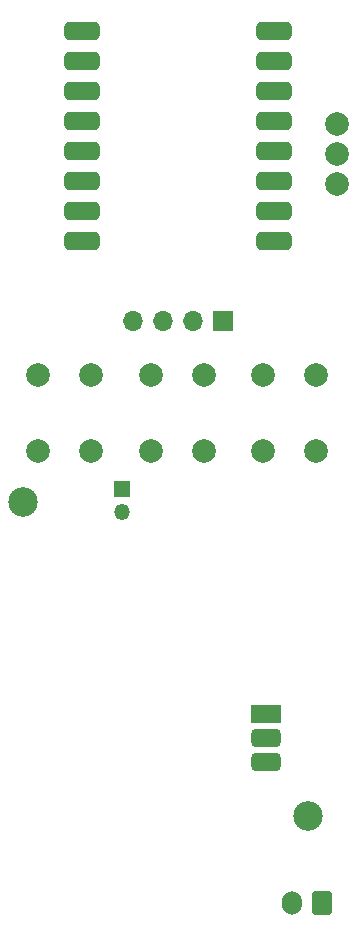
<source format=gbr>
%TF.GenerationSoftware,KiCad,Pcbnew,7.0.7*%
%TF.CreationDate,2024-05-12T05:58:01-05:00*%
%TF.ProjectId,ThinkTankTimerVote,5468696e-6b54-4616-9e6b-54696d657256,rev?*%
%TF.SameCoordinates,Original*%
%TF.FileFunction,Soldermask,Bot*%
%TF.FilePolarity,Negative*%
%FSLAX46Y46*%
G04 Gerber Fmt 4.6, Leading zero omitted, Abs format (unit mm)*
G04 Created by KiCad (PCBNEW 7.0.7) date 2024-05-12 05:58:01*
%MOMM*%
%LPD*%
G01*
G04 APERTURE LIST*
G04 Aperture macros list*
%AMRoundRect*
0 Rectangle with rounded corners*
0 $1 Rounding radius*
0 $2 $3 $4 $5 $6 $7 $8 $9 X,Y pos of 4 corners*
0 Add a 4 corners polygon primitive as box body*
4,1,4,$2,$3,$4,$5,$6,$7,$8,$9,$2,$3,0*
0 Add four circle primitives for the rounded corners*
1,1,$1+$1,$2,$3*
1,1,$1+$1,$4,$5*
1,1,$1+$1,$6,$7*
1,1,$1+$1,$8,$9*
0 Add four rect primitives between the rounded corners*
20,1,$1+$1,$2,$3,$4,$5,0*
20,1,$1+$1,$4,$5,$6,$7,0*
20,1,$1+$1,$6,$7,$8,$9,0*
20,1,$1+$1,$8,$9,$2,$3,0*%
G04 Aperture macros list end*
%ADD10C,2.000000*%
%ADD11R,1.700000X1.700000*%
%ADD12O,1.700000X1.700000*%
%ADD13RoundRect,0.381000X-1.119000X-0.381000X1.119000X-0.381000X1.119000X0.381000X-1.119000X0.381000X0*%
%ADD14C,2.500000*%
%ADD15R,2.524000X1.524000*%
%ADD16RoundRect,0.381000X-0.881000X-0.381000X0.881000X-0.381000X0.881000X0.381000X-0.881000X0.381000X0*%
%ADD17RoundRect,0.250000X0.600000X0.750000X-0.600000X0.750000X-0.600000X-0.750000X0.600000X-0.750000X0*%
%ADD18O,1.700000X2.000000*%
%ADD19R,1.350000X1.350000*%
%ADD20O,1.350000X1.350000*%
G04 APERTURE END LIST*
D10*
%TO.C,SW3*%
X182245000Y-105410000D03*
X182245000Y-98910000D03*
X186745000Y-105410000D03*
X186745000Y-98910000D03*
%TD*%
%TO.C,SW2*%
X172665000Y-105410000D03*
X172665000Y-98910000D03*
X177165000Y-105410000D03*
X177165000Y-98910000D03*
%TD*%
D11*
%TO.C,J4*%
X188341000Y-94361000D03*
D12*
X185801000Y-94361000D03*
X183261000Y-94361000D03*
X180721000Y-94361000D03*
%TD*%
D13*
%TO.C,U1*%
X192651000Y-87630000D03*
X192651000Y-85090000D03*
X192651000Y-82550000D03*
X192651000Y-80010000D03*
X192651000Y-77470000D03*
X176411000Y-69850000D03*
X176411000Y-72390000D03*
X176411000Y-74930000D03*
X176411000Y-77470000D03*
X176411000Y-80010000D03*
X176411000Y-82550000D03*
X176411000Y-85090000D03*
X176411000Y-87630000D03*
X192651000Y-69850000D03*
X192651000Y-72390000D03*
X192651000Y-74930000D03*
%TD*%
D10*
%TO.C,SW1*%
X197993000Y-77724000D03*
X197993000Y-80264000D03*
X197993000Y-82804000D03*
%TD*%
D14*
%TO.C,H1*%
X195580000Y-136271000D03*
%TD*%
%TO.C,H2*%
X171450000Y-109728000D03*
%TD*%
D10*
%TO.C,SW4*%
X191770000Y-105410000D03*
X191770000Y-98910000D03*
X196270000Y-105410000D03*
X196270000Y-98910000D03*
%TD*%
D15*
%TO.C,L1*%
X192032000Y-127635000D03*
D16*
X192032000Y-129667000D03*
X192032000Y-131699000D03*
%TD*%
D17*
%TO.C,J1*%
X196703000Y-143644500D03*
D18*
X194203000Y-143644500D03*
%TD*%
D19*
%TO.C,J2*%
X179832000Y-108585000D03*
D20*
X179832000Y-110585000D03*
%TD*%
M02*

</source>
